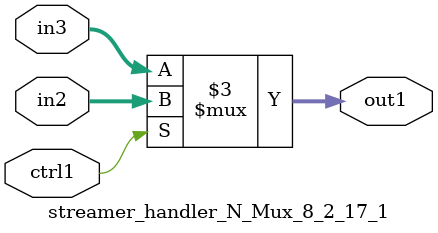
<source format=v>

`timescale 1ps / 1ps


module streamer_handler_N_Mux_8_2_17_1( in3, in2, ctrl1, out1 );

    input [7:0] in3;
    input [7:0] in2;
    input ctrl1;
    output [7:0] out1;
    reg [7:0] out1;

    
    // rtl_process:streamer_handler_N_Mux_8_2_17_1/streamer_handler_N_Mux_8_2_17_1_thread_1
    always @*
      begin : streamer_handler_N_Mux_8_2_17_1_thread_1
        case (ctrl1) 
          1'b1: 
            begin
              out1 = in2;
            end
          default: 
            begin
              out1 = in3;
            end
        endcase
      end

endmodule


</source>
